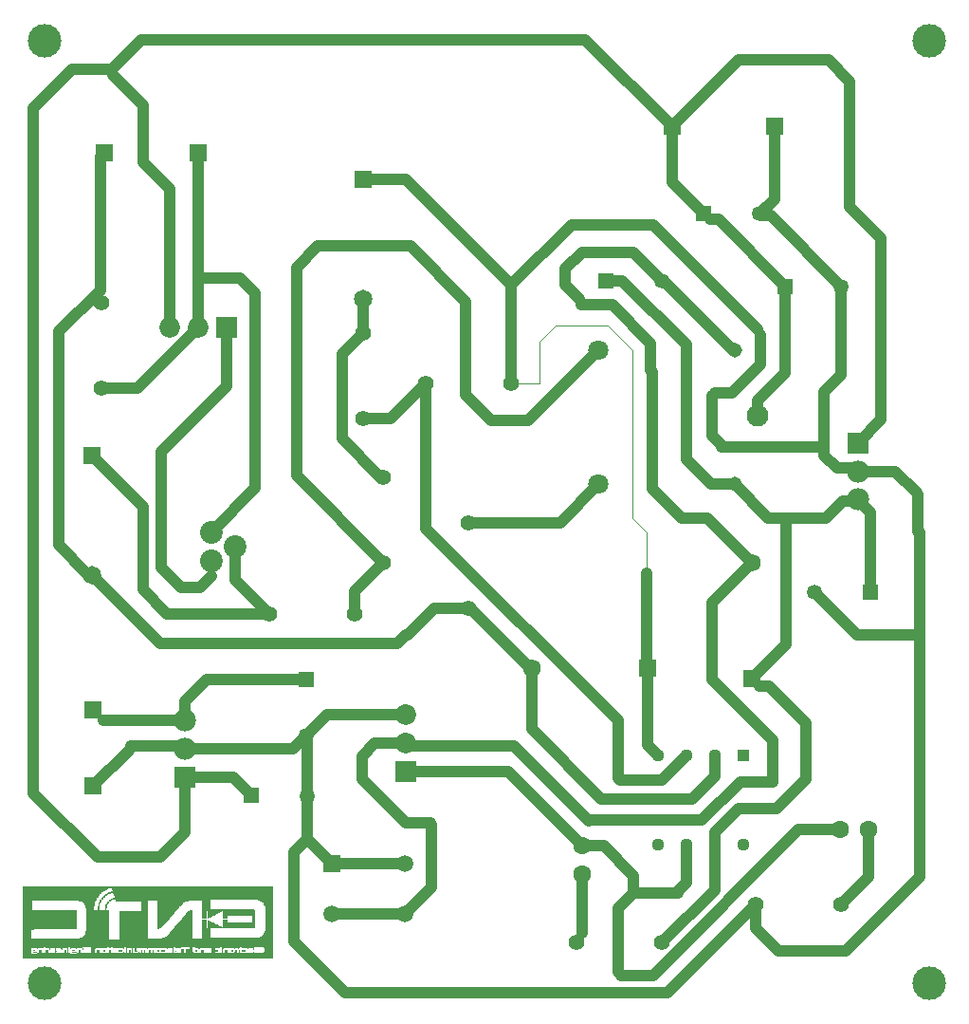
<source format=gtl>
G04*
G04 #@! TF.GenerationSoftware,Altium Limited,Altium Designer,22.8.2 (66)*
G04*
G04 Layer_Physical_Order=1*
G04 Layer_Color=255*
%FSLAX42Y42*%
%MOMM*%
G71*
G04*
G04 #@! TF.SameCoordinates,BD579F3B-DF16-4DD5-93A6-3DDDDBFC9B40*
G04*
G04*
G04 #@! TF.FilePolarity,Positive*
G04*
G01*
G75*
%ADD13C,0.25*%
%ADD40C,1.00*%
%ADD41C,0.10*%
%ADD42C,1.40*%
%ADD43R,1.35X1.35*%
%ADD44C,1.35*%
%ADD45C,1.31*%
%ADD46C,1.80*%
%ADD47C,1.95*%
%ADD48R,1.50X1.50*%
%ADD49R,1.85X1.85*%
%ADD50C,1.85*%
%ADD51C,2.03*%
%ADD52R,1.65X1.65*%
%ADD53C,1.65*%
%ADD54R,1.59X1.59*%
%ADD55C,1.59*%
%ADD56R,1.98X1.98*%
%ADD57C,1.98*%
%ADD58C,1.60*%
%ADD59R,1.13X1.13*%
%ADD60C,1.13*%
%ADD61R,1.59X1.59*%
%ADD62R,1.35X1.35*%
%ADD63R,1.85X1.85*%
%ADD64C,1.50*%
%ADD65R,1.50X1.50*%
%ADD66C,3.00*%
%ADD67C,1.27*%
G36*
X2343Y1156D02*
Y1150D01*
Y1145D01*
Y1139D01*
Y1134D01*
Y1128D01*
Y1123D01*
Y1117D01*
Y1112D01*
Y1106D01*
Y1100D01*
Y1095D01*
Y1089D01*
Y1084D01*
Y1078D01*
Y1073D01*
Y1067D01*
Y1062D01*
Y1056D01*
Y1051D01*
Y1045D01*
Y1040D01*
Y1034D01*
Y1028D01*
Y1023D01*
Y1017D01*
Y1012D01*
Y1006D01*
Y1001D01*
Y995D01*
Y990D01*
Y984D01*
Y979D01*
Y973D01*
Y967D01*
Y962D01*
Y956D01*
Y951D01*
Y945D01*
Y940D01*
Y934D01*
Y929D01*
Y923D01*
Y918D01*
Y912D01*
Y907D01*
Y901D01*
Y895D01*
Y890D01*
Y884D01*
Y879D01*
Y873D01*
Y868D01*
Y862D01*
Y857D01*
Y851D01*
Y846D01*
Y840D01*
Y835D01*
Y829D01*
Y823D01*
Y818D01*
Y812D01*
Y807D01*
Y801D01*
Y796D01*
Y790D01*
Y785D01*
Y779D01*
Y774D01*
Y768D01*
Y763D01*
Y757D01*
Y751D01*
Y746D01*
Y740D01*
Y735D01*
Y729D01*
Y724D01*
Y718D01*
Y713D01*
Y707D01*
Y702D01*
Y696D01*
Y691D01*
Y685D01*
Y679D01*
Y674D01*
Y668D01*
Y663D01*
Y657D01*
Y652D01*
Y646D01*
Y641D01*
Y635D01*
Y630D01*
Y624D01*
Y619D01*
Y613D01*
Y607D01*
Y602D01*
Y596D01*
Y591D01*
Y585D01*
Y580D01*
Y574D01*
Y569D01*
Y563D01*
Y558D01*
Y552D01*
Y547D01*
Y541D01*
Y535D01*
Y530D01*
Y524D01*
Y519D01*
Y513D01*
X110D01*
Y519D01*
Y524D01*
Y530D01*
Y535D01*
Y541D01*
Y547D01*
Y552D01*
Y558D01*
Y563D01*
Y569D01*
Y574D01*
Y580D01*
Y585D01*
Y591D01*
Y596D01*
Y602D01*
Y607D01*
Y613D01*
Y619D01*
Y624D01*
Y630D01*
Y635D01*
Y641D01*
Y646D01*
Y652D01*
Y657D01*
Y663D01*
Y668D01*
Y674D01*
Y679D01*
Y685D01*
Y691D01*
Y696D01*
Y702D01*
Y707D01*
Y713D01*
Y718D01*
Y724D01*
Y729D01*
Y735D01*
Y740D01*
Y746D01*
Y751D01*
Y757D01*
Y763D01*
Y768D01*
Y774D01*
Y779D01*
Y785D01*
Y790D01*
Y796D01*
Y801D01*
Y807D01*
Y812D01*
Y818D01*
Y823D01*
Y829D01*
Y835D01*
Y840D01*
Y846D01*
Y851D01*
Y857D01*
Y862D01*
Y868D01*
Y873D01*
Y879D01*
Y884D01*
Y890D01*
Y895D01*
Y901D01*
Y907D01*
Y912D01*
Y918D01*
Y923D01*
Y929D01*
Y934D01*
Y940D01*
Y945D01*
Y951D01*
Y956D01*
Y962D01*
Y967D01*
Y973D01*
Y979D01*
Y984D01*
Y990D01*
Y995D01*
Y1001D01*
Y1006D01*
Y1012D01*
Y1017D01*
Y1023D01*
Y1028D01*
Y1034D01*
Y1040D01*
Y1045D01*
Y1051D01*
Y1056D01*
Y1062D01*
Y1067D01*
Y1073D01*
Y1078D01*
Y1084D01*
Y1089D01*
Y1095D01*
Y1100D01*
Y1106D01*
Y1112D01*
Y1117D01*
Y1123D01*
Y1128D01*
Y1134D01*
Y1139D01*
Y1145D01*
Y1150D01*
Y1156D01*
Y1161D01*
X2343D01*
Y1156D01*
D02*
G37*
%LPC*%
G36*
X914Y1106D02*
X908D01*
Y1100D01*
X891D01*
Y1095D01*
X880D01*
Y1089D01*
X869D01*
Y1084D01*
X864D01*
Y1078D01*
X853D01*
Y1073D01*
X847D01*
Y1067D01*
X842D01*
Y1062D01*
X836D01*
Y1056D01*
X831D01*
Y1051D01*
X825D01*
Y1045D01*
X819D01*
Y1040D01*
X814D01*
Y1034D01*
Y1028D01*
X808D01*
Y1023D01*
Y1017D01*
X803D01*
Y1012D01*
Y1006D01*
X797D01*
Y1001D01*
Y995D01*
Y990D01*
X792D01*
Y984D01*
Y979D01*
Y973D01*
Y967D01*
Y962D01*
Y956D01*
Y951D01*
X842D01*
Y956D01*
Y962D01*
Y967D01*
Y973D01*
Y979D01*
Y984D01*
X847D01*
Y990D01*
Y995D01*
Y1001D01*
X853D01*
Y1006D01*
X858D01*
Y1012D01*
Y1017D01*
X864D01*
Y1023D01*
X869D01*
Y1028D01*
X875D01*
Y1034D01*
X880D01*
Y1040D01*
X886D01*
Y1045D01*
X897D01*
Y1051D01*
X908D01*
Y1056D01*
X919D01*
Y1062D01*
X925D01*
Y1067D01*
Y1073D01*
Y1078D01*
X919D01*
Y1084D01*
Y1089D01*
X914D01*
Y1095D01*
Y1100D01*
Y1106D01*
D02*
G37*
G36*
X897Y1145D02*
X886D01*
Y1139D01*
X869D01*
Y1134D01*
X858D01*
Y1128D01*
X847D01*
Y1123D01*
X842D01*
Y1117D01*
X831D01*
Y1112D01*
X825D01*
Y1106D01*
X814D01*
Y1100D01*
X808D01*
Y1095D01*
X803D01*
Y1089D01*
X797D01*
Y1084D01*
X792D01*
Y1078D01*
X786D01*
Y1073D01*
Y1067D01*
X781D01*
Y1062D01*
X775D01*
Y1056D01*
X770D01*
Y1051D01*
Y1045D01*
X764D01*
Y1040D01*
Y1034D01*
X759D01*
Y1028D01*
Y1023D01*
X753D01*
Y1017D01*
Y1012D01*
Y1006D01*
X747D01*
Y1001D01*
Y995D01*
Y990D01*
Y984D01*
Y979D01*
X742D01*
Y973D01*
Y967D01*
Y962D01*
Y956D01*
Y951D01*
X775D01*
Y956D01*
Y962D01*
Y967D01*
Y973D01*
Y979D01*
X781D01*
Y984D01*
Y990D01*
Y995D01*
Y1001D01*
X786D01*
Y1006D01*
Y1012D01*
Y1017D01*
X792D01*
Y1023D01*
Y1028D01*
X797D01*
Y1034D01*
Y1040D01*
X803D01*
Y1045D01*
X808D01*
Y1051D01*
Y1056D01*
X814D01*
Y1062D01*
X819D01*
Y1067D01*
X825D01*
Y1073D01*
X831D01*
Y1078D01*
X836D01*
Y1084D01*
X847D01*
Y1089D01*
X853D01*
Y1095D01*
X864D01*
Y1100D01*
X869D01*
Y1106D01*
X886D01*
Y1112D01*
X897D01*
Y1117D01*
X908D01*
Y1123D01*
X903D01*
Y1128D01*
Y1134D01*
Y1139D01*
X897D01*
Y1145D01*
D02*
G37*
G36*
X1706Y1034D02*
X1589D01*
Y1028D01*
X1573D01*
Y1023D01*
X1556D01*
Y1017D01*
X1551D01*
Y1012D01*
X1540D01*
Y1006D01*
X1534D01*
Y1001D01*
X1528D01*
Y995D01*
X1523D01*
Y990D01*
X1517D01*
Y984D01*
X1512D01*
Y979D01*
X1506D01*
Y973D01*
X1501D01*
Y967D01*
Y962D01*
X1495D01*
Y956D01*
X1490D01*
Y951D01*
X1484D01*
Y945D01*
X1479D01*
Y940D01*
X1473D01*
Y934D01*
X1468D01*
Y929D01*
X1462D01*
Y923D01*
Y918D01*
X1456D01*
Y912D01*
X1451D01*
Y907D01*
X1445D01*
Y901D01*
X1440D01*
Y895D01*
X1434D01*
Y890D01*
X1429D01*
Y884D01*
X1423D01*
Y879D01*
Y873D01*
X1418D01*
Y868D01*
X1412D01*
Y862D01*
X1407D01*
Y857D01*
X1401D01*
Y851D01*
X1395D01*
Y846D01*
X1390D01*
Y840D01*
Y835D01*
X1384D01*
Y829D01*
X1379D01*
Y823D01*
X1373D01*
Y818D01*
X1368D01*
Y812D01*
X1362D01*
Y807D01*
X1357D01*
Y801D01*
X1351D01*
Y796D01*
X1346D01*
Y790D01*
X1340D01*
Y785D01*
X1329D01*
Y779D01*
X1312D01*
Y774D01*
X1307D01*
Y779D01*
Y785D01*
Y790D01*
Y796D01*
Y801D01*
Y807D01*
Y812D01*
Y818D01*
Y823D01*
Y829D01*
Y835D01*
Y840D01*
Y846D01*
Y851D01*
Y857D01*
Y862D01*
Y868D01*
Y873D01*
Y879D01*
Y884D01*
Y890D01*
Y895D01*
Y901D01*
Y907D01*
Y912D01*
Y918D01*
Y923D01*
Y929D01*
Y934D01*
Y940D01*
Y945D01*
Y951D01*
Y956D01*
Y962D01*
Y967D01*
Y973D01*
Y979D01*
Y984D01*
Y990D01*
Y995D01*
Y1001D01*
Y1006D01*
Y1012D01*
Y1017D01*
Y1023D01*
Y1028D01*
Y1034D01*
X1224D01*
Y1028D01*
Y1023D01*
Y1017D01*
Y1012D01*
Y1006D01*
Y1001D01*
Y995D01*
Y990D01*
Y984D01*
Y979D01*
Y973D01*
Y967D01*
Y962D01*
Y956D01*
Y951D01*
Y945D01*
Y940D01*
Y934D01*
Y929D01*
Y923D01*
Y918D01*
Y912D01*
Y907D01*
Y901D01*
Y895D01*
Y890D01*
Y884D01*
Y879D01*
Y873D01*
Y868D01*
Y862D01*
Y857D01*
Y851D01*
Y846D01*
Y840D01*
Y835D01*
Y829D01*
Y823D01*
Y818D01*
Y812D01*
Y807D01*
Y801D01*
Y796D01*
Y790D01*
Y785D01*
Y779D01*
Y774D01*
Y768D01*
Y763D01*
Y757D01*
Y751D01*
Y746D01*
Y740D01*
Y735D01*
Y729D01*
Y724D01*
Y718D01*
Y713D01*
Y707D01*
Y702D01*
Y696D01*
Y691D01*
X1235D01*
Y696D01*
X1351D01*
Y702D01*
X1368D01*
Y707D01*
X1379D01*
Y713D01*
X1390D01*
Y718D01*
X1395D01*
Y724D01*
X1401D01*
Y729D01*
X1407D01*
Y735D01*
X1412D01*
Y740D01*
X1418D01*
Y746D01*
X1423D01*
Y751D01*
X1429D01*
Y757D01*
Y763D01*
X1434D01*
Y768D01*
X1440D01*
Y774D01*
X1445D01*
Y779D01*
X1451D01*
Y785D01*
X1456D01*
Y790D01*
X1462D01*
Y796D01*
Y801D01*
X1468D01*
Y807D01*
X1473D01*
Y812D01*
X1479D01*
Y818D01*
X1484D01*
Y823D01*
X1490D01*
Y829D01*
X1495D01*
Y835D01*
Y840D01*
X1501D01*
Y846D01*
X1506D01*
Y851D01*
X1512D01*
Y857D01*
X1517D01*
Y862D01*
X1523D01*
Y868D01*
X1528D01*
Y873D01*
Y879D01*
X1534D01*
Y884D01*
X1540D01*
Y890D01*
X1545D01*
Y895D01*
X1551D01*
Y901D01*
X1556D01*
Y907D01*
X1562D01*
Y912D01*
Y918D01*
X1567D01*
Y923D01*
X1573D01*
Y929D01*
X1578D01*
Y934D01*
X1584D01*
Y940D01*
X1595D01*
Y945D01*
X1606D01*
Y951D01*
X1623D01*
Y945D01*
Y940D01*
Y934D01*
Y929D01*
Y923D01*
Y918D01*
Y912D01*
Y907D01*
Y901D01*
Y895D01*
Y890D01*
Y884D01*
Y879D01*
Y873D01*
Y868D01*
Y862D01*
Y857D01*
Y851D01*
Y846D01*
Y840D01*
Y835D01*
Y829D01*
Y823D01*
Y818D01*
Y812D01*
Y807D01*
Y801D01*
Y796D01*
Y790D01*
Y785D01*
Y779D01*
Y774D01*
Y768D01*
Y763D01*
Y757D01*
Y751D01*
Y746D01*
Y740D01*
Y735D01*
Y729D01*
Y724D01*
Y718D01*
Y713D01*
Y707D01*
Y702D01*
Y696D01*
Y691D01*
X1634D01*
Y696D01*
X1706D01*
Y702D01*
Y707D01*
Y713D01*
Y718D01*
Y724D01*
Y729D01*
Y735D01*
Y740D01*
Y746D01*
Y751D01*
Y757D01*
Y763D01*
Y768D01*
Y774D01*
Y779D01*
Y785D01*
Y790D01*
Y796D01*
Y801D01*
Y807D01*
Y812D01*
Y818D01*
Y823D01*
Y829D01*
Y835D01*
Y840D01*
Y846D01*
Y851D01*
Y857D01*
Y862D01*
X1750D01*
Y857D01*
Y851D01*
Y846D01*
Y840D01*
Y835D01*
Y829D01*
Y823D01*
Y818D01*
Y812D01*
Y807D01*
Y801D01*
Y796D01*
Y790D01*
X1756D01*
Y796D01*
Y801D01*
Y807D01*
Y812D01*
Y818D01*
Y823D01*
Y829D01*
Y835D01*
Y840D01*
Y846D01*
Y851D01*
Y857D01*
Y862D01*
X1761D01*
Y857D01*
X1772D01*
Y851D01*
X1783D01*
Y846D01*
X1794D01*
Y840D01*
X1805D01*
Y835D01*
X1816D01*
Y829D01*
X1828D01*
Y823D01*
X1839D01*
Y818D01*
X1850D01*
Y812D01*
X1861D01*
Y807D01*
X1872D01*
Y801D01*
X1883D01*
Y796D01*
X1894D01*
Y801D01*
Y807D01*
Y812D01*
Y818D01*
Y823D01*
Y829D01*
Y835D01*
Y840D01*
Y846D01*
Y851D01*
Y857D01*
Y862D01*
X1938D01*
Y857D01*
Y851D01*
Y846D01*
Y840D01*
X2160D01*
Y846D01*
Y851D01*
Y857D01*
Y862D01*
Y868D01*
Y873D01*
Y879D01*
Y884D01*
Y890D01*
Y895D01*
Y901D01*
X1938D01*
Y895D01*
Y890D01*
Y884D01*
Y879D01*
Y873D01*
X1894D01*
Y879D01*
Y884D01*
Y890D01*
Y895D01*
Y901D01*
Y907D01*
Y912D01*
Y918D01*
Y923D01*
Y929D01*
Y934D01*
Y940D01*
X1888D01*
Y934D01*
X1877D01*
Y929D01*
X1866D01*
Y923D01*
X1855D01*
Y918D01*
X1844D01*
Y912D01*
X1833D01*
Y907D01*
X1822D01*
Y901D01*
X1811D01*
Y895D01*
X1800D01*
Y890D01*
X1789D01*
Y884D01*
X1778D01*
Y879D01*
X1767D01*
Y873D01*
X1756D01*
Y879D01*
Y884D01*
Y890D01*
Y895D01*
Y901D01*
Y907D01*
Y912D01*
Y918D01*
Y923D01*
Y929D01*
Y934D01*
Y940D01*
X1750D01*
Y934D01*
Y929D01*
Y923D01*
Y918D01*
Y912D01*
Y907D01*
Y901D01*
Y895D01*
Y890D01*
Y884D01*
Y879D01*
Y873D01*
X1706D01*
Y879D01*
Y884D01*
Y890D01*
Y895D01*
Y901D01*
Y907D01*
Y912D01*
Y918D01*
Y923D01*
Y929D01*
Y934D01*
Y940D01*
Y945D01*
Y951D01*
Y956D01*
Y962D01*
Y967D01*
Y973D01*
Y979D01*
Y984D01*
Y990D01*
Y995D01*
Y1001D01*
Y1006D01*
Y1012D01*
Y1017D01*
Y1023D01*
Y1028D01*
Y1034D01*
D02*
G37*
G36*
X2204Y1040D02*
X1783D01*
Y1034D01*
Y1028D01*
Y1023D01*
Y1017D01*
Y1012D01*
Y1006D01*
Y1001D01*
Y995D01*
Y990D01*
Y984D01*
Y979D01*
Y973D01*
Y967D01*
Y962D01*
Y956D01*
X2177D01*
Y951D01*
X2182D01*
Y945D01*
Y940D01*
Y934D01*
Y929D01*
Y923D01*
Y918D01*
Y912D01*
Y907D01*
Y901D01*
Y895D01*
Y890D01*
Y884D01*
Y879D01*
Y873D01*
Y868D01*
Y862D01*
Y857D01*
Y851D01*
Y846D01*
Y840D01*
Y835D01*
Y829D01*
Y823D01*
Y818D01*
Y812D01*
Y807D01*
Y801D01*
Y796D01*
Y790D01*
Y785D01*
X1783D01*
Y779D01*
Y774D01*
Y768D01*
Y763D01*
Y757D01*
Y751D01*
Y746D01*
Y740D01*
Y735D01*
Y729D01*
Y724D01*
Y718D01*
Y713D01*
Y707D01*
Y702D01*
X2210D01*
Y707D01*
X2226D01*
Y713D01*
X2237D01*
Y718D01*
X2243D01*
Y724D01*
X2249D01*
Y729D01*
X2254D01*
Y735D01*
X2260D01*
Y740D01*
Y746D01*
X2265D01*
Y751D01*
Y757D01*
Y763D01*
X2271D01*
Y768D01*
Y774D01*
Y779D01*
Y785D01*
Y790D01*
Y796D01*
Y801D01*
Y807D01*
Y812D01*
Y818D01*
Y823D01*
Y829D01*
Y835D01*
Y840D01*
Y846D01*
Y851D01*
Y857D01*
Y862D01*
Y868D01*
Y873D01*
Y879D01*
Y884D01*
Y890D01*
Y895D01*
Y901D01*
Y907D01*
Y912D01*
Y918D01*
Y923D01*
Y929D01*
Y934D01*
Y940D01*
Y945D01*
Y951D01*
Y956D01*
Y962D01*
Y967D01*
Y973D01*
Y979D01*
X2265D01*
Y984D01*
Y990D01*
Y995D01*
X2260D01*
Y1001D01*
Y1006D01*
X2254D01*
Y1012D01*
X2249D01*
Y1017D01*
X2243D01*
Y1023D01*
X2232D01*
Y1028D01*
X2221D01*
Y1034D01*
X2204D01*
Y1040D01*
D02*
G37*
G36*
X603Y1034D02*
X188D01*
Y1028D01*
Y1023D01*
Y1017D01*
Y1012D01*
Y1006D01*
Y1001D01*
Y995D01*
Y990D01*
Y984D01*
Y979D01*
Y973D01*
Y967D01*
Y962D01*
Y956D01*
Y951D01*
X581D01*
Y945D01*
X587D01*
Y940D01*
Y934D01*
Y929D01*
Y923D01*
Y918D01*
Y912D01*
Y907D01*
Y901D01*
Y895D01*
Y890D01*
Y884D01*
Y879D01*
Y873D01*
Y868D01*
Y862D01*
Y857D01*
Y851D01*
Y846D01*
Y840D01*
Y835D01*
Y829D01*
Y823D01*
Y818D01*
Y812D01*
Y807D01*
Y801D01*
Y796D01*
Y790D01*
Y785D01*
Y779D01*
X210D01*
Y774D01*
X182D01*
Y768D01*
Y763D01*
Y757D01*
Y751D01*
Y746D01*
Y740D01*
Y735D01*
Y729D01*
Y724D01*
Y718D01*
Y713D01*
Y707D01*
Y702D01*
Y696D01*
X614D01*
Y702D01*
X631D01*
Y707D01*
X642D01*
Y713D01*
X648D01*
Y718D01*
X653D01*
Y724D01*
X659D01*
Y729D01*
X664D01*
Y735D01*
Y740D01*
X670D01*
Y746D01*
Y751D01*
Y757D01*
Y763D01*
X675D01*
Y768D01*
Y774D01*
Y779D01*
Y785D01*
Y790D01*
Y796D01*
Y801D01*
Y807D01*
Y812D01*
Y818D01*
Y823D01*
Y829D01*
Y835D01*
Y840D01*
Y846D01*
Y851D01*
Y857D01*
Y862D01*
Y868D01*
Y873D01*
Y879D01*
Y884D01*
Y890D01*
Y895D01*
Y901D01*
Y907D01*
Y912D01*
Y918D01*
Y923D01*
Y929D01*
Y934D01*
Y940D01*
Y945D01*
Y951D01*
Y956D01*
Y962D01*
Y967D01*
X670D01*
Y973D01*
Y979D01*
Y984D01*
X664D01*
Y990D01*
Y995D01*
X659D01*
Y1001D01*
Y1006D01*
X653D01*
Y1012D01*
X642D01*
Y1017D01*
X637D01*
Y1023D01*
X626D01*
Y1028D01*
X603D01*
Y1034D01*
D02*
G37*
G36*
X930Y1051D02*
X925D01*
Y1045D01*
X914D01*
Y1040D01*
X903D01*
Y1034D01*
X897D01*
Y1028D01*
X886D01*
Y1023D01*
X880D01*
Y1017D01*
X875D01*
Y1012D01*
Y1006D01*
X869D01*
Y1001D01*
X864D01*
Y995D01*
Y990D01*
X858D01*
Y984D01*
Y979D01*
Y973D01*
Y967D01*
X853D01*
Y962D01*
Y956D01*
Y951D01*
X880D01*
Y945D01*
Y940D01*
Y934D01*
Y929D01*
Y923D01*
Y918D01*
Y912D01*
Y907D01*
Y901D01*
Y895D01*
Y890D01*
Y884D01*
Y879D01*
Y873D01*
Y868D01*
Y862D01*
Y857D01*
Y851D01*
Y846D01*
Y840D01*
Y835D01*
Y829D01*
Y823D01*
Y818D01*
Y812D01*
Y807D01*
Y801D01*
Y796D01*
Y790D01*
Y785D01*
Y779D01*
Y774D01*
Y768D01*
Y763D01*
Y757D01*
Y751D01*
Y746D01*
Y740D01*
Y735D01*
Y729D01*
Y724D01*
Y718D01*
Y713D01*
Y707D01*
Y702D01*
Y696D01*
Y691D01*
Y685D01*
X969D01*
Y691D01*
Y696D01*
Y702D01*
Y707D01*
Y713D01*
Y718D01*
Y724D01*
Y729D01*
Y735D01*
Y740D01*
Y746D01*
Y751D01*
Y757D01*
Y763D01*
Y768D01*
Y774D01*
Y779D01*
Y785D01*
Y790D01*
Y796D01*
Y801D01*
Y807D01*
Y812D01*
Y818D01*
Y823D01*
Y829D01*
Y835D01*
Y840D01*
Y846D01*
Y851D01*
Y857D01*
Y862D01*
Y868D01*
Y873D01*
Y879D01*
Y884D01*
Y890D01*
Y895D01*
Y901D01*
Y907D01*
Y912D01*
Y918D01*
Y923D01*
Y929D01*
Y934D01*
Y940D01*
X1168D01*
Y945D01*
Y951D01*
Y956D01*
Y962D01*
Y967D01*
Y973D01*
Y979D01*
Y984D01*
Y990D01*
Y995D01*
Y1001D01*
Y1006D01*
Y1012D01*
Y1017D01*
Y1023D01*
X941D01*
Y1028D01*
X936D01*
Y1034D01*
Y1040D01*
Y1045D01*
X930D01*
Y1051D01*
D02*
G37*
G36*
X1888Y619D02*
X1872D01*
Y613D01*
Y607D01*
Y602D01*
X1866D01*
Y607D01*
X1822D01*
Y602D01*
Y596D01*
X1855D01*
Y591D01*
Y585D01*
Y580D01*
X1822D01*
Y574D01*
Y569D01*
X1866D01*
Y574D01*
X1872D01*
Y569D01*
X1888D01*
Y574D01*
Y580D01*
Y585D01*
Y591D01*
Y596D01*
Y602D01*
Y607D01*
Y613D01*
Y619D01*
D02*
G37*
G36*
X1789Y607D02*
X1744D01*
Y602D01*
X1739D01*
Y607D01*
X1689D01*
Y602D01*
X1684D01*
Y596D01*
Y591D01*
Y585D01*
Y580D01*
Y574D01*
Y569D01*
X1700D01*
Y574D01*
Y580D01*
Y585D01*
Y591D01*
Y596D01*
X1722D01*
Y591D01*
Y585D01*
Y580D01*
Y574D01*
Y569D01*
X1789D01*
Y574D01*
Y580D01*
Y585D01*
Y591D01*
X1756D01*
Y596D01*
X1789D01*
Y602D01*
Y607D01*
D02*
G37*
G36*
X1595Y619D02*
X1517D01*
Y613D01*
Y607D01*
X1473D01*
Y602D01*
X1468D01*
Y607D01*
Y613D01*
Y619D01*
X1451D01*
Y613D01*
Y607D01*
Y602D01*
Y596D01*
Y591D01*
Y585D01*
Y580D01*
Y574D01*
Y569D01*
X1517D01*
Y574D01*
X1523D01*
Y580D01*
Y585D01*
Y591D01*
Y596D01*
Y602D01*
X1545D01*
Y596D01*
Y591D01*
Y585D01*
Y580D01*
Y574D01*
Y569D01*
X1562D01*
Y574D01*
Y580D01*
Y585D01*
Y591D01*
Y596D01*
Y602D01*
X1595D01*
Y607D01*
Y613D01*
Y619D01*
D02*
G37*
G36*
X1445Y607D02*
X1401D01*
Y602D01*
X1390D01*
Y607D01*
X1346D01*
Y602D01*
X1340D01*
Y607D01*
X1296D01*
Y602D01*
X1290D01*
Y607D01*
X1224D01*
Y602D01*
X1218D01*
Y607D01*
X1152D01*
Y602D01*
X1146D01*
Y607D01*
X1124D01*
Y602D01*
Y596D01*
Y591D01*
Y585D01*
X1130D01*
Y580D01*
X1107D01*
Y585D01*
Y591D01*
Y596D01*
Y602D01*
Y607D01*
X1091D01*
Y602D01*
Y596D01*
Y591D01*
Y585D01*
Y580D01*
Y574D01*
Y569D01*
X1141D01*
Y574D01*
Y580D01*
X1146D01*
Y574D01*
Y569D01*
X1163D01*
Y574D01*
Y580D01*
Y585D01*
Y591D01*
Y596D01*
X1174D01*
Y591D01*
Y585D01*
Y580D01*
Y574D01*
Y569D01*
X1191D01*
Y574D01*
Y580D01*
Y585D01*
Y591D01*
Y596D01*
X1196D01*
Y591D01*
Y585D01*
Y580D01*
Y574D01*
Y569D01*
X1235D01*
Y574D01*
Y580D01*
Y585D01*
Y591D01*
Y596D01*
X1246D01*
Y591D01*
Y585D01*
Y580D01*
Y574D01*
Y569D01*
X1263D01*
Y574D01*
Y580D01*
Y585D01*
Y591D01*
Y596D01*
X1274D01*
Y591D01*
Y585D01*
Y580D01*
Y574D01*
Y569D01*
X1290D01*
Y574D01*
X1296D01*
Y569D01*
X1340D01*
Y574D01*
X1346D01*
Y569D01*
X1390D01*
Y574D01*
X1395D01*
Y569D01*
X1445D01*
Y574D01*
Y580D01*
Y585D01*
Y591D01*
Y596D01*
Y602D01*
Y607D01*
D02*
G37*
G36*
X1030Y619D02*
X1013D01*
Y613D01*
Y607D01*
Y602D01*
X1008D01*
Y607D01*
X908D01*
Y613D01*
Y619D01*
X891D01*
Y613D01*
Y607D01*
X880D01*
Y613D01*
Y619D01*
X864D01*
Y613D01*
Y607D01*
Y602D01*
X858D01*
Y607D01*
X814D01*
Y602D01*
X808D01*
Y607D01*
X759D01*
Y602D01*
X753D01*
Y596D01*
Y591D01*
Y585D01*
Y580D01*
Y574D01*
Y569D01*
X770D01*
Y574D01*
Y580D01*
Y585D01*
Y591D01*
Y596D01*
X792D01*
Y591D01*
Y585D01*
Y580D01*
Y574D01*
Y569D01*
X808D01*
Y574D01*
X814D01*
Y569D01*
X858D01*
Y574D01*
X864D01*
Y569D01*
X880D01*
Y574D01*
Y580D01*
Y585D01*
Y591D01*
Y596D01*
X891D01*
Y591D01*
Y585D01*
Y580D01*
Y574D01*
Y569D01*
X908D01*
Y574D01*
Y580D01*
X914D01*
Y574D01*
Y569D01*
X1008D01*
Y574D01*
X1013D01*
Y569D01*
X1030D01*
Y574D01*
Y580D01*
Y585D01*
Y591D01*
Y596D01*
Y602D01*
Y607D01*
Y613D01*
Y619D01*
D02*
G37*
G36*
X2260D02*
X2171D01*
Y613D01*
Y607D01*
Y602D01*
Y596D01*
X2165D01*
Y602D01*
Y607D01*
X2121D01*
Y602D01*
X2110D01*
Y607D01*
X2060D01*
Y613D01*
Y619D01*
X2044D01*
Y613D01*
Y607D01*
X2038D01*
Y602D01*
X2032D01*
Y607D01*
X2005D01*
Y602D01*
X1999D01*
Y607D01*
X1955D01*
Y602D01*
X1949D01*
Y607D01*
X1900D01*
Y602D01*
X1894D01*
Y596D01*
Y591D01*
Y585D01*
Y580D01*
Y574D01*
Y569D01*
X1911D01*
Y574D01*
Y580D01*
Y585D01*
Y591D01*
Y596D01*
X1933D01*
Y591D01*
Y585D01*
Y580D01*
Y574D01*
Y569D01*
X1999D01*
Y574D01*
X2005D01*
Y580D01*
Y585D01*
Y591D01*
Y596D01*
X2021D01*
Y591D01*
Y585D01*
Y580D01*
Y574D01*
Y569D01*
X2038D01*
Y574D01*
Y580D01*
Y585D01*
Y591D01*
Y596D01*
X2044D01*
Y591D01*
Y585D01*
Y580D01*
Y574D01*
Y569D01*
X2060D01*
Y574D01*
Y580D01*
Y585D01*
Y591D01*
Y596D01*
X2099D01*
Y591D01*
Y585D01*
Y580D01*
X2066D01*
Y574D01*
Y569D01*
X2110D01*
Y574D01*
X2116D01*
Y569D01*
X2165D01*
Y574D01*
X2171D01*
Y569D01*
X2260D01*
Y574D01*
X2265D01*
Y580D01*
Y585D01*
Y591D01*
Y596D01*
Y602D01*
Y607D01*
Y613D01*
X2260D01*
Y619D01*
D02*
G37*
G36*
X714D02*
X642D01*
Y613D01*
Y607D01*
X648D01*
Y602D01*
Y596D01*
X642D01*
Y602D01*
Y607D01*
X592D01*
Y602D01*
X581D01*
Y607D01*
X537D01*
Y602D01*
X531D01*
Y607D01*
Y613D01*
Y619D01*
X515D01*
Y613D01*
Y607D01*
Y602D01*
Y596D01*
Y591D01*
Y585D01*
Y580D01*
Y574D01*
Y569D01*
X531D01*
Y563D01*
X537D01*
Y558D01*
X587D01*
Y563D01*
Y569D01*
X548D01*
Y574D01*
X587D01*
Y569D01*
X603D01*
Y574D01*
Y580D01*
Y585D01*
Y591D01*
Y596D01*
X626D01*
Y591D01*
Y585D01*
Y580D01*
Y574D01*
Y569D01*
X714D01*
Y574D01*
X720D01*
Y580D01*
Y585D01*
Y591D01*
Y596D01*
Y602D01*
Y607D01*
Y613D01*
X714D01*
Y619D01*
D02*
G37*
G36*
X509Y607D02*
X459D01*
Y602D01*
Y596D01*
X454D01*
Y602D01*
X448D01*
Y607D01*
X404D01*
Y602D01*
Y596D01*
Y591D01*
Y585D01*
X410D01*
Y580D01*
X404D01*
Y574D01*
Y569D01*
X476D01*
Y574D01*
Y580D01*
Y585D01*
Y591D01*
Y596D01*
X493D01*
Y591D01*
Y585D01*
Y580D01*
Y574D01*
Y569D01*
X509D01*
Y574D01*
Y580D01*
Y585D01*
Y591D01*
Y596D01*
Y602D01*
Y607D01*
D02*
G37*
G36*
X310Y619D02*
X293D01*
Y613D01*
Y607D01*
X243D01*
Y602D01*
X238D01*
Y596D01*
X232D01*
Y602D01*
Y607D01*
X182D01*
Y602D01*
Y596D01*
Y591D01*
Y585D01*
Y580D01*
Y574D01*
Y569D01*
Y563D01*
Y558D01*
X232D01*
Y563D01*
Y569D01*
X199D01*
Y574D01*
X232D01*
Y580D01*
Y585D01*
X238D01*
Y580D01*
Y574D01*
Y569D01*
X254D01*
Y574D01*
Y580D01*
Y585D01*
Y591D01*
Y596D01*
X277D01*
Y591D01*
Y585D01*
Y580D01*
Y574D01*
Y569D01*
X310D01*
Y574D01*
Y580D01*
Y585D01*
Y591D01*
Y596D01*
X326D01*
Y591D01*
X332D01*
Y585D01*
Y580D01*
Y574D01*
Y569D01*
X398D01*
Y574D01*
Y580D01*
Y585D01*
Y591D01*
Y596D01*
Y602D01*
Y607D01*
X349D01*
Y602D01*
Y596D01*
X343D01*
Y602D01*
Y607D01*
X310D01*
Y613D01*
Y619D01*
D02*
G37*
G36*
X1645D02*
X1623D01*
Y613D01*
Y607D01*
Y602D01*
Y596D01*
Y591D01*
Y585D01*
Y580D01*
X1628D01*
Y574D01*
Y569D01*
X1678D01*
Y574D01*
Y580D01*
Y585D01*
Y591D01*
Y596D01*
Y602D01*
X1672D01*
Y607D01*
X1645D01*
Y613D01*
Y619D01*
D02*
G37*
G36*
X1085Y607D02*
X1035D01*
Y602D01*
Y596D01*
Y591D01*
Y585D01*
Y580D01*
Y574D01*
Y569D01*
X1052D01*
Y574D01*
Y580D01*
Y585D01*
Y591D01*
Y596D01*
X1069D01*
Y591D01*
Y585D01*
Y580D01*
Y574D01*
Y569D01*
X1085D01*
Y574D01*
Y580D01*
Y585D01*
Y591D01*
Y596D01*
Y602D01*
Y607D01*
D02*
G37*
%LPD*%
G36*
X1479Y580D02*
X1473D01*
Y574D01*
X1468D01*
Y580D01*
Y585D01*
X1479D01*
Y580D01*
D02*
G37*
G36*
X1379Y591D02*
Y585D01*
Y580D01*
X1346D01*
Y585D01*
Y591D01*
Y596D01*
X1379D01*
Y591D01*
D02*
G37*
G36*
X1329D02*
Y585D01*
Y580D01*
X1307D01*
Y585D01*
Y591D01*
Y596D01*
X1329D01*
Y591D01*
D02*
G37*
G36*
X997D02*
Y585D01*
Y580D01*
X963D01*
Y585D01*
Y591D01*
X930D01*
Y596D01*
X997D01*
Y591D01*
D02*
G37*
G36*
X847D02*
Y585D01*
Y580D01*
X825D01*
Y585D01*
Y591D01*
Y596D01*
X847D01*
Y591D01*
D02*
G37*
G36*
X2193Y602D02*
Y596D01*
X2188D01*
Y602D01*
Y607D01*
X2193D01*
Y602D01*
D02*
G37*
G36*
X1988Y591D02*
Y585D01*
Y580D01*
X1966D01*
Y585D01*
Y591D01*
Y596D01*
X1988D01*
Y591D01*
D02*
G37*
G36*
X570D02*
Y585D01*
X548D01*
Y591D01*
Y596D01*
X570D01*
Y591D01*
D02*
G37*
G36*
X216D02*
Y585D01*
X199D01*
Y591D01*
Y596D01*
X216D01*
Y591D01*
D02*
G37*
G36*
X1661D02*
Y585D01*
Y580D01*
X1645D01*
Y585D01*
Y591D01*
Y596D01*
X1661D01*
Y591D01*
D02*
G37*
D13*
X8103Y4328D02*
X8115Y4315D01*
X8090Y4674D02*
X8103Y4661D01*
X6261Y5537D02*
X6287Y5563D01*
X6668Y6109D02*
X6693Y6083D01*
X6668Y6109D02*
Y6134D01*
X5234Y5947D02*
X5245D01*
X6909Y4445D02*
X6921Y4432D01*
X7254Y5082D02*
X7264Y5093D01*
X6665Y5359D02*
X6668Y5362D01*
X1676Y6579D02*
X1689Y6591D01*
X7552Y4597D02*
X7566Y4611D01*
X7541Y4890D02*
X7566Y4864D01*
X5715Y5766D02*
X5728Y5753D01*
X5080Y6365D02*
Y6401D01*
Y6365D02*
X5095Y6350D01*
X5245Y5943D02*
Y5947D01*
X5313Y6566D02*
X5313Y6566D01*
X5813Y6566D02*
X5829D01*
X6448Y5947D02*
X6465D01*
X6350Y5082D02*
Y5093D01*
X3531Y3404D02*
X3543D01*
X5423Y2123D02*
X5438Y2108D01*
X6189Y7163D02*
X6244Y7108D01*
X5165Y1744D02*
X5186D01*
X5194Y1753D01*
X3531Y2438D02*
X3556Y2413D01*
X5754Y2376D02*
X5778Y2351D01*
Y2327D02*
Y2351D01*
X5677Y3122D02*
X5687Y3111D01*
X4089Y3645D02*
X4103D01*
X4637Y3111D02*
X4651D01*
X3302Y4813D02*
X3327D01*
X7099Y2121D02*
X7101Y2119D01*
X6617Y3013D02*
X6683Y2946D01*
X5423Y394D02*
X5448Y368D01*
X5956Y1107D02*
Y1118D01*
X5954Y1105D02*
X5956Y1107D01*
X6500Y1856D02*
X6502Y1854D01*
X5055Y691D02*
X5105Y742D01*
X1676Y6147D02*
Y6190D01*
X6020Y2340D02*
X6033Y2327D01*
X3744Y1727D02*
X3759Y1712D01*
X5055Y660D02*
Y691D01*
X1791Y4064D02*
X1793Y4062D01*
Y3926D02*
Y4062D01*
X6689Y7163D02*
X6710Y7142D01*
X914Y8395D02*
Y8431D01*
X900Y8446D02*
X914Y8431D01*
X2642Y2506D02*
X2646Y2502D01*
Y1973D02*
X2650Y1968D01*
X1054Y2375D02*
Y2398D01*
X1527Y2413D02*
X1553Y2388D01*
X1054Y2398D02*
X1069Y2413D01*
X737Y2731D02*
X826Y2641D01*
X695Y3940D02*
X724D01*
X800Y7671D02*
X838Y7709D01*
D40*
X3391Y5334D02*
X3708Y5651D01*
X8103Y4328D02*
Y4661D01*
X7899Y4864D02*
X8090Y4674D01*
X7566Y4864D02*
X7899D01*
X3150Y6096D02*
Y6404D01*
X6350Y5082D02*
X7254D01*
X6261Y5182D02*
Y5537D01*
Y5182D02*
X6350Y5093D01*
X6439Y5563D02*
X6693Y5817D01*
X6287Y5563D02*
X6439D01*
X6693Y5817D02*
Y6083D01*
X5740Y7061D02*
X6668Y6134D01*
X3150Y7464D02*
X3531D01*
X2743Y6871D02*
X3569D01*
X2553Y6680D02*
X2743Y6871D01*
X3569D02*
X4064Y6375D01*
Y5550D02*
Y6375D01*
X2959Y5156D02*
X3302Y4813D01*
X2959Y5906D02*
X3150Y6096D01*
X2959Y5156D02*
Y5906D01*
X2553Y4826D02*
Y6680D01*
X6909Y4445D02*
X7277D01*
X6766D02*
X6909D01*
X6921Y4001D02*
Y4432D01*
X7264Y5093D02*
Y5575D01*
Y5006D02*
Y5093D01*
X7658Y1245D02*
Y1664D01*
X7417Y1003D02*
X7658Y1245D01*
X2523Y2388D02*
X2642Y2506D01*
X1553Y2388D02*
X2523D01*
X2642Y2506D02*
X2828Y2692D01*
X2527Y673D02*
Y1461D01*
X2650Y1584D01*
X1749Y3006D02*
X2642D01*
X1553Y2810D02*
X1749Y3006D01*
X1553Y2641D02*
Y2810D01*
X3137Y2121D02*
Y2324D01*
X3251Y2438D02*
X3531D01*
X3137Y2324D02*
X3251Y2438D01*
X3531Y7464D02*
X4470Y6524D01*
X6668Y5362D02*
Y5499D01*
X6913Y5744D02*
Y6515D01*
X6668Y5499D02*
X6913Y5744D01*
X1676Y6579D02*
Y7709D01*
Y6190D02*
Y6579D01*
X1689Y6591D02*
X2045D01*
X5131Y8712D02*
X5906Y7938D01*
X1166Y8712D02*
X5131D01*
X900Y8446D02*
X1166Y8712D01*
X1553Y1644D02*
Y2134D01*
X1331Y1422D02*
X1553Y1644D01*
X7429Y4597D02*
X7552D01*
X7277Y4445D02*
X7429Y4597D01*
X6465Y4747D02*
X6766Y4445D01*
X7264Y5006D02*
X7381Y4890D01*
X7541D01*
X5687Y2419D02*
X5778Y2327D01*
X7566Y5118D02*
X7772Y5324D01*
X7493Y7226D02*
X7772Y6947D01*
Y5324D02*
Y6947D01*
X6033Y4966D02*
X6251Y4747D01*
X5461Y6566D02*
X6033Y5994D01*
Y4966D02*
Y5994D01*
X5372Y6350D02*
X5715Y6007D01*
Y5766D02*
Y6007D01*
X5095Y6350D02*
X5372D01*
X4953Y6528D02*
X5080Y6401D01*
X5728Y4707D02*
Y5753D01*
Y4707D02*
X5992Y4443D01*
X4623Y5321D02*
X5245Y5943D01*
X4293Y5321D02*
X4623D01*
X8115Y3404D02*
Y4315D01*
Y1245D02*
Y3404D01*
X7179Y3785D02*
X7561Y3404D01*
X8115D01*
X6223Y4443D02*
X6617Y4049D01*
X5992Y4443D02*
X6223D01*
X6251Y4747D02*
X6465D01*
X4953Y6528D02*
Y6668D01*
X5105Y6820D01*
X5559D01*
X5813Y6566D01*
X5313Y6566D02*
X5461D01*
X6617Y3013D02*
X6921Y3317D01*
Y4001D01*
X5829Y6566D02*
X6448Y5947D01*
X7413Y5724D02*
Y6515D01*
X4470Y6524D02*
X5007Y7061D01*
X5740D01*
X3454Y3327D02*
X3531Y3404D01*
X724Y3940D02*
X1337Y3327D01*
X3454D01*
X4089Y4407D02*
X4905D01*
X5245Y4747D01*
X5423Y2123D02*
Y2642D01*
X5813Y2108D02*
X6033Y2327D01*
X5438Y2108D02*
X5813D01*
X3708Y4356D02*
X5423Y2642D01*
X3708Y4356D02*
Y5651D01*
X6244Y7108D02*
X6320D01*
X6913Y6515D01*
X2553Y4826D02*
X3327Y4051D01*
X4064Y5550D02*
X4293Y5321D01*
X3150Y5334D02*
X3391D01*
X5687Y2419D02*
Y3111D01*
X4651Y2563D02*
Y3111D01*
X5271Y1943D02*
X6083D01*
X4651Y2563D02*
X5271Y1943D01*
X6287Y2146D02*
Y2327D01*
X6083Y1943D02*
X6287Y2146D01*
X5194Y1753D02*
X6172D01*
X6515Y2095D02*
X6807D01*
X6172Y1753D02*
X6515Y2095D01*
X6807D02*
Y2464D01*
X4496Y2413D02*
X5165Y1744D01*
X5296Y1524D02*
X5563Y1257D01*
Y1105D02*
Y1257D01*
X5105Y1524D02*
X5296D01*
X3556Y2413D02*
X4496D01*
X6655Y787D02*
Y1003D01*
Y787D02*
X6858Y584D01*
X7455D01*
X8115Y1245D01*
X2527Y673D02*
X2984Y216D01*
X5867D02*
X6655Y1003D01*
X2984Y216D02*
X5867D01*
X5677Y3122D02*
Y3950D01*
X4103Y3645D02*
X4637Y3111D01*
X6837Y1854D02*
X7101Y2119D01*
X6502Y1854D02*
X6837D01*
X7099Y2121D02*
Y2616D01*
X6683Y2946D02*
X6770D01*
X7099Y2616D01*
X6261Y3693D02*
X6617Y4049D01*
X6261Y3010D02*
Y3693D01*
Y3010D02*
X6807Y2464D01*
X4445Y2184D02*
X5105Y1524D01*
X3531Y2184D02*
X4445D01*
X5423Y394D02*
Y965D01*
X5563Y1105D01*
X5954D01*
X5956Y1118D02*
X6033Y1194D01*
Y1533D01*
X5448Y368D02*
X5740D01*
X7036Y1664D02*
X7404D01*
X5740Y368D02*
X7036Y1664D01*
X6287Y1130D02*
Y1533D01*
X5817Y660D02*
X6287Y1130D01*
Y1643D02*
X6500Y1856D01*
X6287Y1533D02*
Y1643D01*
X5105Y742D02*
Y1270D01*
X2045Y6591D02*
X2184Y6452D01*
X1791Y4318D02*
X2184Y4712D01*
Y6452D01*
X4470Y5651D02*
Y6524D01*
X7493Y7226D02*
Y8344D01*
X7303Y8534D02*
X7493Y8344D01*
X6502Y8534D02*
X7303D01*
X5906Y7938D02*
X6502Y8534D01*
X7264Y5575D02*
X7413Y5724D01*
X3531Y1727D02*
X3744D01*
X3759Y1153D02*
Y1712D01*
X3137Y2121D02*
X3531Y1727D01*
X1689Y3823D02*
X1793Y3926D01*
X1524Y3823D02*
X1689D01*
X1346Y4001D02*
X1524Y3823D01*
X1346Y4001D02*
Y5042D01*
X1930Y5626D02*
Y6147D01*
X1346Y5042D02*
X1930Y5626D01*
X1181Y3810D02*
X1397Y3594D01*
X724Y5000D02*
X1181Y4543D01*
Y3810D02*
Y4543D01*
X1397Y3594D02*
X2311D01*
X2007Y3899D02*
X2311Y3594D01*
X2007Y3899D02*
Y4191D01*
X3073Y3797D02*
X3327Y4051D01*
X3073Y3594D02*
Y3797D01*
X6786Y7142D02*
X7413Y6515D01*
X6710Y7142D02*
X6786D01*
X6820Y7294D02*
Y7938D01*
X6689Y7163D02*
X6820Y7294D01*
X3785Y3645D02*
X4089D01*
X3543Y3404D02*
X3785Y3645D01*
X1181Y7620D02*
X1422Y7379D01*
X775Y1422D02*
X1331D01*
X203Y1994D02*
X775Y1422D01*
X203Y1994D02*
Y8103D01*
X546Y8446D02*
X900D01*
X203Y8103D02*
X546Y8446D01*
X914Y8395D02*
X1181Y8128D01*
Y7620D02*
Y8128D01*
X1422Y6147D02*
Y7379D01*
X1130Y5601D02*
X1676Y6147D01*
X813Y5601D02*
X1130D01*
X5906Y7446D02*
Y7938D01*
Y7446D02*
X6189Y7163D01*
X7679Y3785D02*
Y4497D01*
X7566Y4611D02*
X7679Y4497D01*
X2828Y2692D02*
X3531D01*
X3520Y914D02*
X3759Y1153D01*
X2870Y914D02*
X3520D01*
X2870Y1364D02*
X3520D01*
X2650Y1584D02*
Y1968D01*
Y1584D02*
X2870Y1364D01*
X2646Y1973D02*
Y2502D01*
X1553Y2134D02*
X1985D01*
X2150Y1969D01*
X1069Y2413D02*
X1527D01*
X737Y2057D02*
X1054Y2375D01*
X826Y2641D02*
X1553D01*
X432Y4204D02*
X695Y3940D01*
X432Y4204D02*
Y6109D01*
X800Y6477D01*
Y7671D01*
D41*
X4864Y6160D02*
X5334D01*
X4724Y5651D02*
Y6020D01*
X4864Y6160D01*
X5550Y4445D02*
X5677Y4318D01*
Y3950D02*
Y4318D01*
X5550Y4445D02*
Y5944D01*
X5334Y6160D02*
X5550Y5944D01*
X4470Y5651D02*
X4724D01*
D42*
X3150Y6096D02*
D03*
Y5334D02*
D03*
X3708Y5651D02*
D03*
X4470D02*
D03*
X813Y6363D02*
D03*
Y5601D02*
D03*
X3327Y4813D02*
D03*
Y4051D02*
D03*
X2311Y3594D02*
D03*
X3073D02*
D03*
X4089Y3645D02*
D03*
Y4407D02*
D03*
X6655Y1003D02*
D03*
X7417D02*
D03*
X5817Y660D02*
D03*
X5055D02*
D03*
D43*
X7679Y3785D02*
D03*
X6189Y7163D02*
D03*
X6913Y6515D02*
D03*
X5313Y6566D02*
D03*
X2150Y1969D02*
D03*
D44*
X7179Y3785D02*
D03*
X6689Y7163D02*
D03*
X7413Y6515D02*
D03*
X5813Y6566D02*
D03*
X2642Y2506D02*
D03*
X2650Y1968D02*
D03*
D45*
X6465Y5947D02*
D03*
Y4747D02*
D03*
D46*
X5245D02*
D03*
Y5947D02*
D03*
D47*
X6665Y5359D02*
D03*
D48*
X5906Y7938D02*
D03*
X1676Y7709D02*
D03*
X6820Y7938D02*
D03*
X838Y7709D02*
D03*
X737Y2731D02*
D03*
Y2057D02*
D03*
D49*
X1930Y6147D02*
D03*
D50*
X1676D02*
D03*
X1422D02*
D03*
X3531Y2438D02*
D03*
Y2692D02*
D03*
D51*
X1791Y4318D02*
D03*
X2007Y4191D02*
D03*
X1791Y4064D02*
D03*
D52*
X3150Y7464D02*
D03*
X724Y5000D02*
D03*
D53*
X3150Y6404D02*
D03*
X724Y3940D02*
D03*
D54*
X5687Y3111D02*
D03*
D55*
X4651D02*
D03*
X6617Y4049D02*
D03*
D56*
X7566Y5118D02*
D03*
X1553Y2134D02*
D03*
D57*
X7566Y4864D02*
D03*
Y4611D02*
D03*
X1553Y2388D02*
D03*
Y2641D02*
D03*
D58*
X7404Y1664D02*
D03*
X7658D02*
D03*
X5105Y1270D02*
D03*
Y1524D02*
D03*
D59*
X6540Y2327D02*
D03*
D60*
X6287D02*
D03*
X6033D02*
D03*
X5778D02*
D03*
Y1533D02*
D03*
X6033D02*
D03*
X6287D02*
D03*
X6540D02*
D03*
D61*
X6617Y3013D02*
D03*
D62*
X2642Y3006D02*
D03*
D63*
X3531Y2184D02*
D03*
D64*
X2870Y914D02*
D03*
X3520D02*
D03*
Y1364D02*
D03*
D65*
X2870D02*
D03*
D66*
X8200Y300D02*
D03*
Y8700D02*
D03*
X300D02*
D03*
Y300D02*
D03*
D67*
X381Y267D02*
D03*
D03*
M02*

</source>
